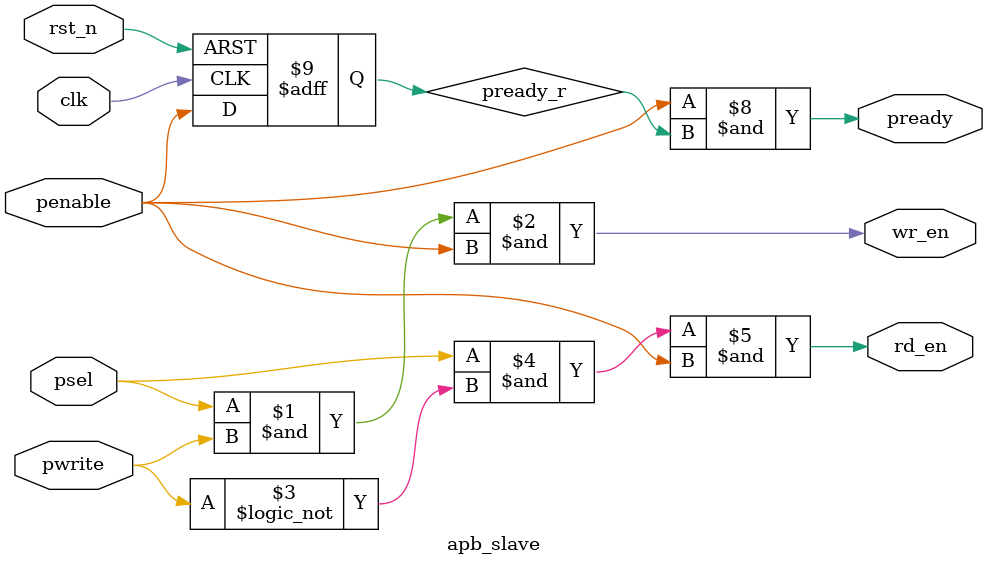
<source format=v>
module apb_slave (
    input          clk,
    input          rst_n,
    input          psel,
    input          pwrite,
    input          penable,
    output         wr_en,
    output         rd_en,
    output         pready
);

assign wr_en = psel & pwrite & penable;
assign rd_en = psel & !pwrite & penable;

reg pready_r;

always @(posedge clk or negedge rst_n) begin
    if(!rst_n) begin
        pready_r <= 0;
    end
    else begin
        pready_r <= penable;
    end
end

assign pready = penable & pready_r; // Pready deasserts (1->0) when the transfer is completed

endmodule
</source>
